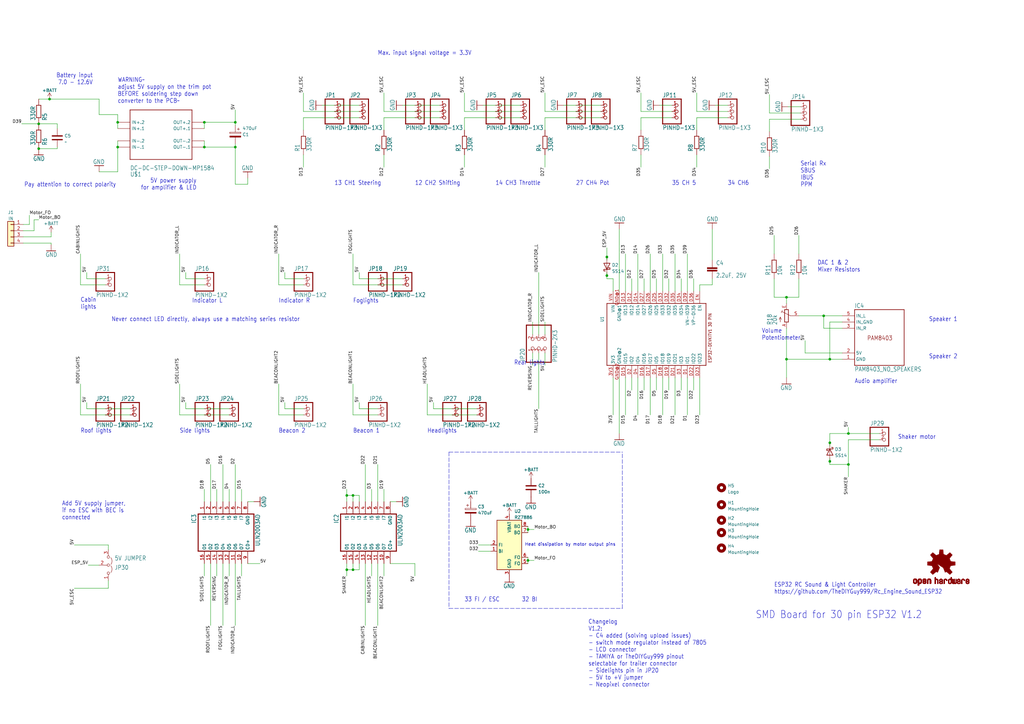
<source format=kicad_sch>
(kicad_sch (version 20211123) (generator eeschema)
  (paper "A3")
  (lib_symbols
    (symbol "Connector_Generic:Conn_01x04" (pin_names (offset 1.016) hide)
      (property "Reference" "J" (at 0 5.08 0))
      (property "Value" "Conn_01x04" (at 0 -7.62 0))
      (symbol "Conn_01x04_1_1"
        (pin passive line (at -5.08 2.54 0) (length 3.81) (name "Pin_1") (number "1"))
        (pin passive line (at -5.08 0 0) (length 3.81) (name "Pin_2") (number "2"))
        (pin passive line (at -5.08 -2.54 0) (length 3.81) (name "Pin_3") (number "3"))
        (pin passive line (at -5.08 -5.08 0) (length 3.81) (name "Pin_4") (number "4"))
      )
    )
    (symbol "Device:C" (pin_numbers hide) (pin_names (offset 0.254))
      (property "Reference" "C" (at 0.635 2.54 0))
      (property "Value" "C" (at 0.635 -2.54 0))
      (symbol "C_1_1"
        (pin passive line (at 0 3.81 270) (length 2.794) (name "~") (number "1"))
        (pin passive line (at 0 -3.81 90) (length 2.794) (name "~") (number "2"))
      )
    )
    (symbol "Device:C_Polarized" (pin_numbers hide) (pin_names (offset 0.254))
      (property "Reference" "C" (at 0.635 2.54 0))
      (property "Value" "C_Polarized" (at 0.635 -2.54 0))
      (symbol "C_Polarized_1_1"
        (pin passive line (at 0 3.81 270) (length 2.794) (name "~") (number "1"))
        (pin passive line (at 0 -3.81 90) (length 2.794) (name "~") (number "2"))
      )
    )
    (symbol "Device:D_Schottky" (pin_numbers hide) (pin_names (offset 1.016) hide)
      (property "Reference" "D" (at 0 2.54 0))
      (property "Value" "D_Schottky" (at 0 -2.54 0))
      (symbol "D_Schottky_1_1"
        (pin passive line (at -3.81 0 0) (length 2.54) (name "K") (number "1"))
        (pin passive line (at 3.81 0 180) (length 2.54) (name "A") (number "2"))
      )
    )
    (symbol "Jumper:Jumper_3_Open" (pin_names (offset 0) hide)
      (property "Reference" "JP" (at -2.54 -2.54 0))
      (property "Value" "Jumper_3_Open" (at 0 2.794 0))
      (symbol "Jumper_3_Open_1_1"
        (pin passive line (at -6.35 0 0) (length 2.54) (name "A") (number "1"))
        (pin passive line (at 0 -3.81 90) (length 2.54) (name "C") (number "2"))
        (pin passive line (at 6.35 0 180) (length 2.54) (name "B") (number "3"))
      )
    )
    (symbol "Mechanical:MountingHole" (pin_names (offset 1.016))
      (property "Reference" "H" (at 0 5.08 0))
      (property "Value" "MountingHole" (at 0 3.175 0))
    )
    (symbol "RC_Engine_Sound_ESP32-eagle-import:C-EUC1206"
      (property "Reference" "C" (at 1.524 0.381 0))
      (property "Value" "C-EUC1206" (at 1.524 -4.699 0))
      (symbol "C-EUC1206_1_0"
        (pin passive line (at 0 2.54 270) (length 2.54) (name "1") (number "1"))
        (pin passive line (at 0 -5.08 90) (length 2.54) (name "2") (number "2"))
      )
    )
    (symbol "RC_Engine_Sound_ESP32-eagle-import:DC-DC-STEP-DOWN-MP1584"
      (property "Value" "DC-DC-STEP-DOWN-MP1584" (at -12.7 12.7 0))
      (symbol "DC-DC-STEP-DOWN-MP1584_1_0"
        (pin bidirectional line (at -17.78 -2.54 0) (length 5.08) (name "IN+.1") (number "IN+.1"))
        (pin bidirectional line (at -17.78 -5.08 0) (length 5.08) (name "IN+.2") (number "IN+.2"))
        (pin bidirectional line (at -17.78 5.08 0) (length 5.08) (name "IN-.1") (number "IN-.1"))
        (pin bidirectional line (at -17.78 2.54 0) (length 5.08) (name "IN-.2") (number "IN-.2"))
        (pin bidirectional line (at 17.78 -2.54 180) (length 5.08) (name "OUT+.1") (number "OUT+.1"))
        (pin bidirectional line (at 17.78 -5.08 180) (length 5.08) (name "OUT+.2") (number "OUT+.2"))
        (pin bidirectional line (at 17.78 5.08 180) (length 5.08) (name "OUT-.1") (number "OUT-.1"))
        (pin bidirectional line (at 17.78 2.54 180) (length 5.08) (name "OUT-.2") (number "OUT-.2"))
      )
    )
    (symbol "RC_Engine_Sound_ESP32-eagle-import:ESP32DEVKITV1"
      (property "Reference" "U" (at -26.67 5.08 90))
      (symbol "ESP32DEVKITV1_1_0"
        (text "ESP32-DEVKITV1 30 PIN" (at 17.638 -11.684 900) (effects (font (size 1.27 1.0795)) (justify left bottom)))
        (pin power_in line (at -22.86 -17.78 90) (length 5.08) (name "3V3") (number "3V3"))
        (pin bidirectional line (at 7.62 -17.78 90) (length 5.08) (name "IO1") (number "D1"))
        (pin bidirectional line (at -15.24 17.78 270) (length 5.08) (name "IO12") (number "D12"))
        (pin bidirectional line (at -17.78 17.78 270) (length 5.08) (name "IO13") (number "D13"))
        (pin bidirectional line (at -12.7 17.78 270) (length 5.08) (name "IO14") (number "D14"))
        (pin bidirectional line (at -17.78 -17.78 90) (length 5.08) (name "IO15") (number "D15"))
        (pin bidirectional line (at -10.16 -17.78 90) (length 5.08) (name "IO16") (number "D16"))
        (pin bidirectional line (at -7.62 -17.78 90) (length 5.08) (name "IO17") (number "D17"))
        (pin bidirectional line (at -2.54 -17.78 90) (length 5.08) (name "IO18") (number "D18"))
        (pin bidirectional line (at 0 -17.78 90) (length 5.08) (name "IO19") (number "D19"))
        (pin bidirectional line (at -15.24 -17.78 90) (length 5.08) (name "IO2") (number "D2"))
        (pin bidirectional line (at 2.54 -17.78 90) (length 5.08) (name "IO21") (number "D21"))
        (pin bidirectional line (at 10.16 -17.78 90) (length 5.08) (name "IO22") (number "D22"))
        (pin bidirectional line (at 12.7 -17.78 90) (length 5.08) (name "IO23") (number "D23"))
        (pin bidirectional line (at -5.08 17.78 270) (length 5.08) (name "IO25") (number "D25"))
        (pin bidirectional line (at -7.62 17.78 270) (length 5.08) (name "IO26") (number "D26"))
        (pin bidirectional line (at -10.16 17.78 270) (length 5.08) (name "IO27") (number "D27"))
        (pin bidirectional line (at 5.08 -17.78 90) (length 5.08) (name "IO3") (number "D3"))
        (pin bidirectional line (at 0 17.78 270) (length 5.08) (name "IO32") (number "D32"))
        (pin bidirectional line (at -2.54 17.78 270) (length 5.08) (name "IO33") (number "D33"))
        (pin bidirectional line (at 5.08 17.78 270) (length 5.08) (name "IO34") (number "D34"))
        (pin bidirectional line (at 2.54 17.78 270) (length 5.08) (name "IO35") (number "D35"))
        (pin bidirectional line (at 10.16 17.78 270) (length 5.08) (name "VP-OI36") (number "D36"))
        (pin bidirectional line (at 7.62 17.78 270) (length 5.08) (name "VN-IO39") (number "D39"))
        (pin bidirectional line (at -12.7 -17.78 90) (length 5.08) (name "IO4") (number "D4"))
        (pin bidirectional line (at -5.08 -17.78 90) (length 5.08) (name "IO5") (number "D5"))
        (pin bidirectional line (at 12.7 17.78 270) (length 5.08) (name "EN") (number "EN"))
        (pin power_in line (at -20.32 17.78 270) (length 5.08) (name "GND@1") (number "GND@1"))
        (pin power_in line (at -20.32 -17.78 90) (length 5.08) (name "GND@2") (number "GND@2"))
        (pin power_in line (at -22.86 17.78 270) (length 5.08) (name "VIN") (number "VIN"))
      )
    )
    (symbol "RC_Engine_Sound_ESP32-eagle-import:GND" (power)
      (property "Value" "GND" (at -2.54 -2.54 0))
      (symbol "GND_1_0"
        (pin power_in line (at 0 2.54 270) (length 2.54) (name "GND") (number "1"))
      )
    )
    (symbol "RC_Engine_Sound_ESP32-eagle-import:OSHW-LOGOM")
    (symbol "RC_Engine_Sound_ESP32-eagle-import:PAM8403_NO_SPEAKERS"
      (property "Reference" "IC" (at -10.16 13.335 0))
      (property "Value" "PAM8403_NO_SPEAKERS" (at -10.16 -12.7 0))
      (symbol "PAM8403_NO_SPEAKERS_1_0"
        (text "PAM8403" (at -5.08 0 0) (effects (font (size 1.778 1.5113)) (justify left bottom)))
        (pin input line (at -15.24 -7.62 0) (length 5.08) (name "GND") (number "1"))
        (pin input line (at -15.24 -5.08 0) (length 5.08) (name "5V") (number "2"))
        (pin input line (at -15.24 5.08 0) (length 5.08) (name "IN_R") (number "3"))
        (pin input line (at -15.24 7.62 0) (length 5.08) (name "IN_GND") (number "4"))
        (pin input line (at -15.24 10.16 0) (length 5.08) (name "IN_L") (number "5"))
      )
    )
    (symbol "RC_Engine_Sound_ESP32-eagle-import:PINHD-1X2"
      (property "Reference" "JP" (at -6.35 5.715 0))
      (property "Value" "PINHD-1X2" (at -6.35 -5.08 0))
      (symbol "PINHD-1X2_1_0"
        (pin passive inverted (at -2.54 2.54 0) (length 2.54) (name "1") (number "1"))
        (pin passive inverted (at -2.54 0 0) (length 2.54) (name "2") (number "2"))
      )
    )
    (symbol "RC_Engine_Sound_ESP32-eagle-import:PINHD-1X3"
      (property "Reference" "JP" (at -6.35 5.715 0))
      (property "Value" "PINHD-1X3" (at -6.35 -7.62 0))
      (symbol "PINHD-1X3_1_0"
        (pin passive inverted (at -2.54 2.54 0) (length 2.54) (name "1") (number "1"))
        (pin passive inverted (at -2.54 0 0) (length 2.54) (name "2") (number "2"))
        (pin passive inverted (at -2.54 -2.54 0) (length 2.54) (name "3") (number "3"))
      )
    )
    (symbol "RC_Engine_Sound_ESP32-eagle-import:PINHD-2X3"
      (property "Reference" "JP" (at -6.35 5.715 0))
      (property "Value" "PINHD-2X3" (at -6.35 -7.62 0))
      (symbol "PINHD-2X3_1_0"
        (pin passive inverted (at -2.54 2.54 0) (length 2.54) (name "1") (number "1"))
        (pin passive inverted (at 5.08 2.54 180) (length 2.54) (name "2") (number "2"))
        (pin passive inverted (at -2.54 0 0) (length 2.54) (name "3") (number "3"))
        (pin passive inverted (at 5.08 0 180) (length 2.54) (name "4") (number "4"))
        (pin passive inverted (at -2.54 -2.54 0) (length 2.54) (name "5") (number "5"))
        (pin passive inverted (at 5.08 -2.54 180) (length 2.54) (name "6") (number "6"))
      )
    )
    (symbol "RC_Engine_Sound_ESP32-eagle-import:R-EU_R0805"
      (property "Reference" "R" (at -3.81 1.4986 0))
      (property "Value" "R-EU_R0805" (at -3.81 -3.302 0))
      (symbol "R-EU_R0805_1_0"
        (pin passive line (at -5.08 0 0) (length 2.54) (name "1") (number "1"))
        (pin passive line (at 5.08 0 180) (length 2.54) (name "2") (number "2"))
      )
    )
    (symbol "RC_Engine_Sound_ESP32-eagle-import:RZ7886"
      (property "Reference" "U" (at 1.27 13.335 0))
      (property "Value" "RZ7886" (at 1.27 11.43 0))
      (symbol "RZ7886_1_1"
        (pin input line (at -7.62 -2.54 0) (length 2.54) (name "BI") (number "1"))
        (pin input line (at -7.62 0 0) (length 2.54) (name "FI") (number "2"))
        (pin power_in line (at 0 -12.7 90) (length 2.54) (name "GND") (number "3"))
        (pin power_in line (at 0 12.7 270) (length 2.54) (name "VBAT") (number "4"))
        (pin output line (at 7.62 -7.62 180) (length 2.54) (name "FO") (number "5"))
        (pin passive line (at 7.62 -5.08 180) (length 2.54) (name "FO") (number "6"))
        (pin output line (at 7.62 5.08 180) (length 2.54) (name "BO") (number "7"))
        (pin passive line (at 7.62 7.62 180) (length 2.54) (name "BO") (number "8"))
      )
    )
    (symbol "RC_Engine_Sound_ESP32-eagle-import:TRIM_EU-S64W"
      (property "Reference" "R" (at -5.969 -3.81 90))
      (property "Value" "TRIM_EU-S64W" (at -3.81 -3.81 90))
      (symbol "TRIM_EU-S64W_1_0"
        (pin passive line (at 0 -5.08 90) (length 2.54) (name "A") (number "A"))
        (pin passive line (at 0 5.08 270) (length 2.54) (name "E") (number "E"))
        (pin passive line (at 5.08 0 180) (length 2.54) (name "S") (number "S"))
      )
    )
    (symbol "RC_Engine_Sound_ESP32-eagle-import:ULN2003AD"
      (property "Reference" "IC" (at -7.62 10.922 0))
      (property "Value" "ULN2003AD" (at -7.62 -15.24 0))
      (symbol "ULN2003AD_1_0"
        (pin input line (at -12.7 7.62 0) (length 5.08) (name "I1") (number "1"))
        (pin open_collector line (at 12.7 -7.62 180) (length 5.08) (name "O7") (number "10"))
        (pin open_collector line (at 12.7 -5.08 180) (length 5.08) (name "O6") (number "11"))
        (pin open_collector line (at 12.7 -2.54 180) (length 5.08) (name "O5") (number "12"))
        (pin open_collector line (at 12.7 0 180) (length 5.08) (name "O4") (number "13"))
        (pin open_collector line (at 12.7 2.54 180) (length 5.08) (name "O3") (number "14"))
        (pin open_collector line (at 12.7 5.08 180) (length 5.08) (name "O2") (number "15"))
        (pin open_collector line (at 12.7 7.62 180) (length 5.08) (name "O1") (number "16"))
        (pin input line (at -12.7 5.08 0) (length 5.08) (name "I2") (number "2"))
        (pin input line (at -12.7 2.54 0) (length 5.08) (name "I3") (number "3"))
        (pin input line (at -12.7 0 0) (length 5.08) (name "I4") (number "4"))
        (pin input line (at -12.7 -2.54 0) (length 5.08) (name "I5") (number "5"))
        (pin input line (at -12.7 -5.08 0) (length 5.08) (name "I6") (number "6"))
        (pin input line (at -12.7 -7.62 0) (length 5.08) (name "I7") (number "7"))
        (pin power_in line (at -12.7 -10.16 0) (length 5.08) (name "GND") (number "8"))
        (pin passive line (at 12.7 -10.16 180) (length 5.08) (name "CD+") (number "9"))
      )
    )
    (symbol "power:+BATT" (power) (pin_names (offset 0))
      (property "Value" "+BATT" (at 0 3.556 0))
      (symbol "+BATT_1_1"
        (pin power_in line (at 0 0 90) (length 0) hide (name "+BATT") (number "1"))
      )
    )
  )
  (junction (at 48.26 60.325))
  (junction (at 248.92 105.41))
  (junction (at 347.98 190.5))
  (junction (at 144.78 233.68))
  (junction (at 142.24 203.2))
  (junction (at 144.78 203.2))
  (junction (at 340.36 189.23))
  (junction (at 340.36 181.61))
  (junction (at 347.98 177.8))
  (junction (at 216.535 229.87))
  (junction (at 48.26 50.165))
  (junction (at 20.32 40.64))
  (junction (at 216.535 217.17))
  (junction (at 322.58 121.92))
  (junction (at 15.875 50.8))
  (junction (at 96.52 50.165))
  (junction (at 96.52 60.325))
  (junction (at 83.82 60.325))
  (junction (at 322.58 147.32))
  (junction (at 83.82 50.165))
  (junction (at 15.875 60.96))
  (junction (at 248.92 113.03))
  (junction (at 142.24 233.68))
  (junction (at 337.82 129.54))
  (junction (at 340.36 147.32))
  (wire (pts (xy 33.02 170.18) (xy 43.18 170.18)))
  (wire (pts (xy 274.32 154.94) (xy 274.32 160.02)))
  (wire (pts (xy 48.26 60.325) (xy 48.26 70.485)))
  (wire (pts (xy 175.26 170.18) (xy 185.42 170.18)))
  (wire (pts (xy 114.3 116.84) (xy 114.3 104.14)))
  (wire (pts (xy 83.82 50.165) (xy 83.82 52.705)))
  (wire (pts (xy 315.595 48.895) (xy 315.595 53.975)))
  (wire (pts (xy 83.82 167.64) (xy 76.2 167.64)))
  (wire (pts (xy 284.48 119.38) (xy 284.48 114.3)))
  (wire (pts (xy 216.535 217.17) (xy 219.075 217.17)))
  (wire (pts (xy 152.4 231.14) (xy 152.4 236.22)))
  (wire (pts (xy 40.64 70.485) (xy 48.26 70.485)))
  (wire (pts (xy 218.44 144.78) (xy 218.44 149.86)))
  (wire (pts (xy 114.3 116.84) (xy 124.46 116.84)))
  (wire (pts (xy 160.02 231.14) (xy 170.18 231.14)))
  (wire (pts (xy 23.495 50.8) (xy 23.495 52.705)))
  (wire (pts (xy 259.08 119.38) (xy 259.08 114.3)))
  (wire (pts (xy 137.16 45.72) (xy 147.32 45.72)))
  (wire (pts (xy 328.295 46.355) (xy 315.595 46.355)))
  (wire (pts (xy 93.98 205.74) (xy 93.98 200.66)))
  (wire (pts (xy 91.44 205.74) (xy 91.44 190.5)))
  (wire (pts (xy 279.4 154.94) (xy 279.4 160.02)))
  (wire (pts (xy 285.75 45.72) (xy 285.75 38.1)))
  (wire (pts (xy 157.48 48.26) (xy 157.48 53.34)))
  (wire (pts (xy 236.22 48.26) (xy 223.52 48.26)))
  (wire (pts (xy 83.82 231.14) (xy 83.82 236.22)))
  (wire (pts (xy 144.78 233.68) (xy 142.24 233.68)))
  (wire (pts (xy 154.94 205.74) (xy 154.94 190.5)))
  (wire (pts (xy 275.59 45.72) (xy 262.89 45.72)))
  (wire (pts (xy 292.1 116.84) (xy 292.1 114.3)))
  (wire (pts (xy 144.78 231.14) (xy 144.78 233.68)))
  (wire (pts (xy 142.24 233.68) (xy 142.24 236.22)))
  (wire (pts (xy 83.82 114.3) (xy 76.2 114.3)))
  (wire (pts (xy 328.295 48.895) (xy 315.595 48.895)))
  (wire (pts (xy 93.98 231.14) (xy 93.98 236.22)))
  (wire (pts (xy 185.42 167.64) (xy 195.58 167.64)))
  (wire (pts (xy 254 93.98) (xy 254 119.38)))
  (wire (pts (xy 149.86 205.74) (xy 149.86 190.5)))
  (wire (pts (xy 236.22 45.72) (xy 246.38 45.72)))
  (wire (pts (xy 203.2 48.26) (xy 190.5 48.26)))
  (wire (pts (xy 86.36 231.14) (xy 86.36 256.54)))
  (wire (pts (xy 144.78 170.18) (xy 154.94 170.18)))
  (wire (pts (xy 345.44 129.54) (xy 337.82 129.54)))
  (wire (pts (xy 287.02 154.94) (xy 287.02 170.18)))
  (wire (pts (xy 142.24 203.2) (xy 142.24 200.66)))
  (wire (pts (xy 43.18 170.18) (xy 53.34 170.18)))
  (wire (pts (xy 261.62 154.94) (xy 261.62 170.18)))
  (wire (pts (xy 104.14 205.74) (xy 101.6 205.74)))
  (wire (pts (xy 165.1 43.18) (xy 170.18 43.18)))
  (wire (pts (xy 340.36 177.8) (xy 340.36 181.61)))
  (wire (pts (xy 9.525 99.695) (xy 20.955 99.695)))
  (wire (pts (xy 30.48 241.3) (xy 44.45 241.3)))
  (wire (pts (xy 322.58 147.32) (xy 322.58 154.94)))
  (wire (pts (xy 216.535 229.87) (xy 216.535 231.14)))
  (wire (pts (xy 147.32 203.2) (xy 144.78 203.2)))
  (wire (pts (xy 270.51 43.18) (xy 275.59 43.18)))
  (wire (pts (xy 124.46 48.26) (xy 124.46 53.34)))
  (wire (pts (xy 157.48 63.5) (xy 157.48 68.58)))
  (wire (pts (xy 12.065 88.265) (xy 12.065 92.075)))
  (wire (pts (xy 177.8 167.64) (xy 177.8 165.1)))
  (wire (pts (xy 96.52 231.14) (xy 96.52 256.54)))
  (wire (pts (xy 337.82 129.54) (xy 327.66 129.54)))
  (wire (pts (xy 40.64 46.99) (xy 48.26 46.99)))
  (wire (pts (xy 345.44 132.08) (xy 340.36 132.08)))
  (wire (pts (xy 203.2 45.72) (xy 190.5 45.72)))
  (wire (pts (xy 114.3 170.18) (xy 114.3 157.48)))
  (wire (pts (xy 154.94 114.3) (xy 147.32 114.3)))
  (wire (pts (xy 223.52 63.5) (xy 223.52 68.58)))
  (wire (pts (xy 144.78 116.84) (xy 154.94 116.84)))
  (wire (pts (xy 147.32 205.74) (xy 147.32 203.2)))
  (wire (pts (xy 96.52 50.165) (xy 96.52 45.085)))
  (wire (pts (xy 337.82 134.62) (xy 337.82 129.54)))
  (polyline (pts (xy 255.27 249.555) (xy 255.27 185.42)))
  (wire (pts (xy 96.52 205.74) (xy 96.52 190.5)))
  (wire (pts (xy 216.535 229.87) (xy 219.075 229.87)))
  (wire (pts (xy 190.5 63.5) (xy 190.5 68.58)))
  (wire (pts (xy 170.18 231.14) (xy 170.18 236.22)))
  (wire (pts (xy 147.32 167.64) (xy 147.32 165.1)))
  (wire (pts (xy 322.58 121.92) (xy 327.66 121.92)))
  (wire (pts (xy 276.86 119.38) (xy 276.86 104.14)))
  (wire (pts (xy 216.535 228.6) (xy 216.535 229.87)))
  (wire (pts (xy 149.86 231.14) (xy 149.86 256.54)))
  (wire (pts (xy 73.66 170.18) (xy 83.82 170.18)))
  (wire (pts (xy 190.5 48.26) (xy 190.5 53.34)))
  (wire (pts (xy 101.6 231.14) (xy 106.68 231.14)))
  (wire (pts (xy 347.98 190.5) (xy 340.36 190.5)))
  (wire (pts (xy 266.7 119.38) (xy 266.7 104.14)))
  (wire (pts (xy 137.16 45.72) (xy 124.46 45.72)))
  (wire (pts (xy 262.89 63.5) (xy 262.89 68.58)))
  (wire (pts (xy 48.26 52.705) (xy 48.26 50.165)))
  (wire (pts (xy 157.48 205.74) (xy 157.48 200.66)))
  (wire (pts (xy 274.32 119.38) (xy 274.32 114.3)))
  (wire (pts (xy 96.52 51.435) (xy 96.52 50.165)))
  (wire (pts (xy 73.66 170.18) (xy 73.66 157.48)))
  (wire (pts (xy 315.595 64.135) (xy 315.595 69.215)))
  (wire (pts (xy 15.875 50.8) (xy 23.495 50.8)))
  (wire (pts (xy 293.37 43.18) (xy 298.45 43.18)))
  (wire (pts (xy 264.16 154.94) (xy 264.16 160.02)))
  (wire (pts (xy 44.45 223.52) (xy 44.45 225.425)))
  (wire (pts (xy 40.64 40.64) (xy 40.64 46.99)))
  (wire (pts (xy 251.46 114.3) (xy 251.46 119.38)))
  (wire (pts (xy 96.52 60.325) (xy 96.52 59.055)))
  (wire (pts (xy 170.18 48.26) (xy 180.34 48.26)))
  (wire (pts (xy 323.215 43.815) (xy 328.295 43.815)))
  (wire (pts (xy 48.26 46.99) (xy 48.26 50.165)))
  (wire (pts (xy 269.24 119.38) (xy 269.24 114.3)))
  (wire (pts (xy 203.2 48.26) (xy 213.36 48.26)))
  (wire (pts (xy 142.24 205.74) (xy 142.24 203.2)))
  (wire (pts (xy 347.98 177.8) (xy 340.36 177.8)))
  (wire (pts (xy 287.02 119.38) (xy 287.02 116.84)))
  (wire (pts (xy 170.18 45.72) (xy 180.34 45.72)))
  (wire (pts (xy 223.52 137.16) (xy 223.52 132.08)))
  (wire (pts (xy 73.66 116.84) (xy 73.66 104.14)))
  (wire (pts (xy 275.59 48.26) (xy 262.89 48.26)))
  (wire (pts (xy 347.98 175.26) (xy 347.98 177.8)))
  (wire (pts (xy 317.5 104.14) (xy 317.5 96.52)))
  (wire (pts (xy 170.18 48.26) (xy 157.48 48.26)))
  (wire (pts (xy 101.6 75.565) (xy 101.6 73.025)))
  (wire (pts (xy 175.26 170.18) (xy 175.26 157.48)))
  (wire (pts (xy 152.4 205.74) (xy 152.4 200.66)))
  (wire (pts (xy 124.46 63.5) (xy 124.46 68.58)))
  (wire (pts (xy 251.46 114.3) (xy 248.92 114.3)))
  (wire (pts (xy 20.955 97.155) (xy 20.955 95.25)))
  (wire (pts (xy 298.45 48.26) (xy 285.75 48.26)))
  (wire (pts (xy 44.45 241.3) (xy 44.45 238.125)))
  (wire (pts (xy 223.52 45.72) (xy 223.52 38.1)))
  (wire (pts (xy 259.08 154.94) (xy 259.08 160.02)))
  (wire (pts (xy 154.94 231.14) (xy 154.94 256.54)))
  (wire (pts (xy 279.4 119.38) (xy 279.4 114.3)))
  (wire (pts (xy 170.18 43.18) (xy 180.34 43.18)))
  (wire (pts (xy 9.525 97.155) (xy 20.955 97.155)))
  (wire (pts (xy 23.495 60.96) (xy 23.495 60.325)))
  (wire (pts (xy 203.2 45.72) (xy 213.36 45.72)))
  (wire (pts (xy 33.02 116.84) (xy 33.02 104.14)))
  (wire (pts (xy 317.5 114.3) (xy 317.5 121.92)))
  (wire (pts (xy 116.84 114.3) (xy 116.84 111.76)))
  (wire (pts (xy 91.44 231.14) (xy 91.44 256.54)))
  (wire (pts (xy 298.45 45.72) (xy 285.75 45.72)))
  (wire (pts (xy 330.2 144.78) (xy 330.2 139.7)))
  (wire (pts (xy 30.48 223.52) (xy 44.45 223.52)))
  (wire (pts (xy 36.195 231.775) (xy 40.64 231.775)))
  (wire (pts (xy 236.22 45.72) (xy 223.52 45.72)))
  (wire (pts (xy 285.75 63.5) (xy 285.75 68.58)))
  (polyline (pts (xy 184.15 185.42) (xy 255.27 185.42)))
  (wire (pts (xy 340.36 190.5) (xy 340.36 189.23)))
  (wire (pts (xy 262.89 48.26) (xy 262.89 53.34)))
  (wire (pts (xy 137.16 48.26) (xy 124.46 48.26)))
  (wire (pts (xy 9.525 92.075) (xy 12.065 92.075)))
  (wire (pts (xy 340.36 189.23) (xy 340.36 187.96)))
  (wire (pts (xy 347.98 180.34) (xy 347.98 190.5)))
  (wire (pts (xy 96.52 75.565) (xy 101.6 75.565)))
  (wire (pts (xy 33.02 170.18) (xy 33.02 157.48)))
  (wire (pts (xy 147.32 231.14) (xy 147.32 233.68)))
  (wire (pts (xy 13.97 90.17) (xy 15.875 90.17)))
  (wire (pts (xy 137.16 48.26) (xy 147.32 48.26)))
  (wire (pts (xy 271.78 154.94) (xy 271.78 170.18)))
  (wire (pts (xy 201.295 226.06) (xy 196.215 226.06)))
  (wire (pts (xy 88.9 205.74) (xy 88.9 200.66)))
  (wire (pts (xy 83.82 167.64) (xy 93.98 167.64)))
  (wire (pts (xy 147.32 233.68) (xy 144.78 233.68)))
  (wire (pts (xy 360.68 180.34) (xy 347.98 180.34)))
  (wire (pts (xy 322.58 124.46) (xy 322.58 121.92)))
  (wire (pts (xy 322.58 147.32) (xy 340.36 147.32)))
  (wire (pts (xy 287.02 116.84) (xy 292.1 116.84)))
  (wire (pts (xy 345.44 134.62) (xy 337.82 134.62)))
  (wire (pts (xy 137.16 43.18) (xy 147.32 43.18)))
  (wire (pts (xy 20.955 99.695) (xy 20.955 100.33)))
  (wire (pts (xy 124.46 114.3) (xy 116.84 114.3)))
  (wire (pts (xy 83.82 60.325) (xy 96.52 60.325)))
  (wire (pts (xy 281.94 154.94) (xy 281.94 170.18)))
  (wire (pts (xy 261.62 119.38) (xy 261.62 104.14)))
  (wire (pts (xy 99.06 205.74) (xy 99.06 200.66)))
  (wire (pts (xy 190.5 45.72) (xy 190.5 38.1)))
  (wire (pts (xy 83.82 50.165) (xy 96.52 50.165)))
  (wire (pts (xy 157.48 45.72) (xy 157.48 38.1)))
  (wire (pts (xy 99.06 231.14) (xy 99.06 236.22)))
  (wire (pts (xy 256.54 154.94) (xy 256.54 170.18)))
  (wire (pts (xy 340.36 147.32) (xy 345.44 147.32)))
  (wire (pts (xy 266.7 154.94) (xy 266.7 170.18)))
  (wire (pts (xy 292.1 106.68) (xy 292.1 93.98)))
  (wire (pts (xy 147.32 114.3) (xy 147.32 111.76)))
  (wire (pts (xy 264.16 119.38) (xy 264.16 114.3)))
  (wire (pts (xy 340.36 181.61) (xy 340.36 182.88)))
  (wire (pts (xy 20.32 40.64) (xy 15.875 40.64)))
  (wire (pts (xy 327.66 104.14) (xy 327.66 96.52)))
  (polyline (pts (xy 184.15 249.555) (xy 255.27 249.555)))
  (wire (pts (xy 281.94 119.38) (xy 281.94 104.14)))
  (wire (pts (xy 170.18 45.72) (xy 157.48 45.72)))
  (wire (pts (xy 76.2 167.64) (xy 76.2 165.1)))
  (wire (pts (xy 216.535 217.17) (xy 216.535 218.44)))
  (wire (pts (xy 201.295 223.52) (xy 196.215 223.52)))
  (wire (pts (xy 73.66 116.84) (xy 83.82 116.84)))
  (wire (pts (xy 35.56 167.64) (xy 35.56 165.1)))
  (wire (pts (xy 35.56 114.3) (xy 35.56 111.76)))
  (wire (pts (xy 144.78 205.74) (xy 144.78 203.2)))
  (wire (pts (xy 40.64 40.64) (xy 20.32 40.64)))
  (wire (pts (xy 185.42 170.18) (xy 195.58 170.18)))
  (wire (pts (xy 223.52 48.26) (xy 223.52 53.34)))
  (wire (pts (xy 33.02 116.84) (xy 43.18 116.84)))
  (wire (pts (xy 13.97 90.17) (xy 13.97 94.615)))
  (wire (pts (xy 315.595 46.355) (xy 315.595 38.735)))
  (wire (pts (xy 216.535 215.9) (xy 216.535 217.17)))
  (wire (pts (xy 271.78 119.38) (xy 271.78 104.14)))
  (wire (pts (xy 154.94 116.84) (xy 165.1 116.84)))
  (wire (pts (xy 203.2 43.18) (xy 213.36 43.18)))
  (wire (pts (xy 322.58 134.62) (xy 322.58 147.32)))
  (wire (pts (xy 162.56 205.74) (xy 160.02 205.74)))
  (wire (pts (xy 88.9 231.14) (xy 88.9 236.22)))
  (wire (pts (xy 9.525 94.615) (xy 13.97 94.615)))
  (wire (pts (xy 15.875 60.96) (xy 23.495 60.96)))
  (wire (pts (xy 236.22 48.26) (xy 246.38 48.26)))
  (wire (pts (xy 218.44 137.16) (xy 218.44 132.08)))
  (wire (pts (xy 223.52 144.78) (xy 223.52 149.86)))
  (wire (pts (xy 236.22 43.18) (xy 246.38 43.18)))
  (wire (pts (xy 220.98 137.16) (xy 220.98 111.76)))
  (wire (pts (xy 185.42 167.64) (xy 177.8 167.64)))
  (wire (pts (xy 43.18 167.64) (xy 53.34 167.64)))
  (wire (pts (xy 83.82 170.18) (xy 93.98 170.18)))
  (wire (pts (xy 43.18 114.3) (xy 35.56 114.3)))
  (wire (pts (xy 142.24 231.14) (xy 142.24 233.68)))
  (wire (pts (xy 132.08 43.18) (xy 137.16 43.18)))
  (wire (pts (xy 251.46 154.94) (xy 251.46 170.18)))
  (wire (pts (xy 86.36 205.74) (xy 86.36 190.5)))
  (wire (pts (xy 248.92 106.68) (xy 248.92 105.41)))
  (wire (pts (xy 96.52 60.325) (xy 96.52 75.565)))
  (wire (pts (xy 83.82 205.74) (xy 83.82 200.66)))
  (wire (pts (xy 220.98 144.78) (xy 220.98 167.64)))
  (wire (pts (xy 116.84 167.64) (xy 116.84 165.1)))
  (wire (pts (xy 124.46 167.64) (xy 116.84 167.64)))
  (wire (pts (xy 347.98 190.5) (xy 347.98 195.58)))
  (wire (pts (xy 83.82 60.325) (xy 83.82 57.785)))
  (wire (pts (xy 124.46 45.72) (xy 124.46 38.1)))
  (wire (pts (xy 76.2 114.3) (xy 76.2 111.76)))
  (wire (pts (xy 285.75 48.26) (xy 285.75 53.34)))
  (wire (pts (xy 262.89 45.72) (xy 262.89 38.1)))
  (wire (pts (xy 248.92 113.03) (xy 248.92 111.76)))
  (polyline (pts (xy 184.15 185.42) (xy 184.15 249.555)))
  (wire (pts (xy 114.3 170.18) (xy 124.46 170.18)))
  (wire (pts (xy 154.94 167.64) (xy 147.32 167.64)))
  (wire (pts (xy 48.26 57.785) (xy 48.26 60.325)))
  (wire (pts (xy 248.92 114.3) (xy 248.92 113.03)))
  (wire (pts (xy 154.94 114.3) (xy 165.1 114.3)))
  (wire (pts (xy 198.12 43.18) (xy 203.2 43.18)))
  (wire (pts (xy 144.78 203.2) (xy 142.24 203.2)))
  (wire (pts (xy 284.48 154.94) (xy 284.48 160.02)))
  (wire (pts (xy 269.24 154.94) (xy 269.24 160.02)))
  (wire (pts (xy 340.36 132.08) (xy 340.36 147.32)))
  (wire (pts (xy 15.875 50.8) (xy 8.89 50.8)))
  (wire (pts (xy 157.48 231.14) (xy 157.48 236.22)))
  (wire (pts (xy 144.78 170.18) (xy 144.78 157.48)))
  (wire (pts (xy 317.5 121.92) (xy 322.58 121.92)))
  (wire (pts (xy 144.78 116.84) (xy 144.78 104.14)))
  (wire (pts (xy 256.54 119.38) (xy 256.54 104.14)))
  (wire (pts (xy 231.14 43.18) (xy 236.22 43.18)))
  (wire (pts (xy 276.86 154.94) (xy 276.86 170.18)))
  (wire (pts (xy 345.44 144.78) (xy 330.2 144.78)))
  (wire (pts (xy 43.18 167.64) (xy 35.56 167.64)))
  (wire (pts (xy 254 154.94) (xy 254 177.8)))
  (wire (pts (xy 327.66 121.92) (xy 327.66 114.3)))
  (wire (pts (xy 248.92 105.41) (xy 248.92 101.6)))
  (wire (pts (xy 347.98 177.8) (xy 360.68 177.8)))
  (text "Add 5V supply jumper,\nif no ESC with BEC is\nconnected~{}" (at 25.4 213.36 0) (effects (font (size 1.778 1.5113)) (justify left bottom)))
  (text "Indicator R" (at 114.3 124.46 180) (effects (font (size 1.778 1.5113)) (justify left bottom)))
  (text "Volume\nPotentiometer" (at 312.42 139.7 180) (effects (font (size 1.778 1.5113)) (justify left bottom)))
  (text "Shaker motor" (at 368.3 180.34 180) (effects (font (size 1.778 1.5113)) (justify left bottom)))
  (text "35 CH 5" (at 275.59 76.2 180) (effects (font (size 1.778 1.5113)) (justify left bottom)))
  (text "Rear lights" (at 210.82 149.86 180) (effects (font (size 1.778 1.5113)) (justify left bottom)))
  (text "Cabin\nlights" (at 33.02 127 180) (effects (font (size 1.778 1.5113)) (justify left bottom)))
  (text "Side lights" (at 73.66 177.8 180) (effects (font (size 1.778 1.5113)) (justify left bottom)))
  (text "Heat dissipation by motor output pins\n" (at 215.265 224.155 0) (effects (font (size 1.27 1.27)) (justify left bottom)))
  (text "Max. input signal voltage = 3.3V~{}" (at 154.94 22.86 180) (effects (font (size 1.778 1.5113)) (justify left bottom)))
  (text "Audio amplifier" (at 350.52 157.48 180) (effects (font (size 1.778 1.5113)) (justify left bottom)))
  (text "Pay attention to correct polarity~{}" (at 47.625 76.835 180) (effects (font (size 1.778 1.5113)) (justify right bottom)))
  (text "Foglights" (at 144.78 124.46 180) (effects (font (size 1.778 1.5113)) (justify left bottom)))
  (text "32 BI\n" (at 213.995 247.015 180) (effects (font (size 1.778 1.5113)) (justify left bottom)))
  (text "13 CH1 Steering" (at 137.16 76.2 180) (effects (font (size 1.778 1.5113)) (justify left bottom)))
  (text "Speaker 2" (at 381 147.32 180) (effects (font (size 1.778 1.5113)) (justify left bottom)))
  (text "Beacon 1" (at 144.78 177.8 180) (effects (font (size 1.778 1.5113)) (justify left bottom)))
  (text "Serial Rx\nSBUS\nIBUS\nPPM" (at 328.295 76.835 180) (effects (font (size 1.778 1.5113)) (justify left bottom)))
  (text "Never connect LED directly, always use a matching series resistor~{}" (at 45.72 132.08 0) (effects (font (size 1.778 1.5113)) (justify left bottom)))
  (text "SMD Board for 30 pin ESP32 V1.2" (at 309.88 254 180) (effects (font (size 3.048 2.5908)) (justify left bottom)))
  (text "DAC 1 & 2\nMixer Resistors" (at 335.28 111.76 180) (effects (font (size 1.778 1.5113)) (justify left bottom)))
  (text "14 CH3 Throttle" (at 203.2 76.2 180) (effects (font (size 1.778 1.5113)) (justify left bottom)))
  (text "Headlights" (at 175.26 177.8 180) (effects (font (size 1.778 1.5113)) (justify left bottom)))
  (text "5V power supply\nfor amplifier & LED" (at 80.645 78.105 180) (effects (font (size 1.778 1.5113)) (justify right bottom)))
  (text "ESP32 RC Sound & Light Controller\nhttps://github.com/TheDIYGuy999/Rc_Engine_Sound_ESP32" (at 317.5 243.84 0) (effects (font (size 1.778 1.5113)) (justify left bottom)))
  (text "Battery input\n7.0 - 12.6V" (at 38.1 34.925 180) (effects (font (size 1.778 1.5113)) (justify right bottom)))
  (text "27 CH4 Pot" (at 236.22 76.2 180) (effects (font (size 1.778 1.5113)) (justify left bottom)))
  (text "34 CH6" (at 298.45 76.2 180) (effects (font (size 1.778 1.5113)) (justify left bottom)))
  (text "Beacon 2" (at 114.3 177.8 180) (effects (font (size 1.778 1.5113)) (justify left bottom)))
  (text "Roof lights" (at 33.02 177.8 180) (effects (font (size 1.778 1.5113)) (justify left bottom)))
  (text "33 FI / ESC" (at 190.5 247.015 180) (effects (font (size 1.778 1.5113)) (justify left bottom)))
  (text "WARNING~\nadjust 5V supply on the trim pot\nBEFORE soldering step down\nconverter to the PCB~" (at 48.26 42.545 0) (effects (font (size 1.778 1.5113)) (justify left bottom)))
  (text "12 CH2 Shifting" (at 170.18 76.2 180) (effects (font (size 1.778 1.5113)) (justify left bottom)))
  (text "Changelog\nV1.2:\n- C4 added (solving upload issues)\n- switch mode regulator instead of 7805\n- LCD connector\n- TAMIYA or TheDIYGuy999 pinout\nselectable for trailer connector\n- Sidelights pin in JP20\n- 5V to +V jumper\n- Neopixel connector" (at 241.3 281.94 0) (effects (font (size 1.778 1.5113)) (justify left bottom)))
  (text "Indicator L" (at 78.74 124.46 180) (effects (font (size 1.778 1.5113)) (justify left bottom)))
  (text "Speaker 1" (at 381 132.08 180) (effects (font (size 1.778 1.5113)) (justify left bottom)))
  (label "5V_ESC" (at 262.89 38.1 90) (effects (font (size 1.2446 1.2446))))
  (label "Motor_FO" (at 219.075 229.87 0))
  (label "D33" (at 196.215 223.52 180) (effects (font (size 1.2446 1.2446))))
  (label "HEADLIGHTS" (at 152.4 236.22 270) (effects (font (size 1.2446 1.2446))))
  (label "D17" (at 88.9 200.66 90) (effects (font (size 1.2446 1.2446))))
  (label "D2" (at 96.52 190.5 90) (effects (font (size 1.2446 1.2446))))
  (label "INDICATOR_R" (at 93.98 236.22 270) (effects (font (size 1.2446 1.2446))))
  (label "SIDELIGHTS" (at 223.52 132.08 90) (effects (font (size 1.2446 1.2446))))
  (label "D4" (at 261.62 170.18 270) (effects (font (size 1.2446 1.2446))))
  (label "Motor_FO" (at 12.065 88.265 0))
  (label "5V_ESC" (at 190.5 38.1 90) (effects (font (size 1.2446 1.2446))))
  (label "D5" (at 269.24 160.02 270) (effects (font (size 1.2446 1.2446))))
  (label "ESP_5V" (at 36.195 231.775 180) (effects (font (size 1.2446 1.2446))))
  (label "BEACONLIGHT1" (at 154.94 256.54 270) (effects (font (size 1.2446 1.2446))))
  (label "3V3" (at 251.46 170.18 270) (effects (font (size 1.2446 1.2446))))
  (label "HEADLIGHTS" (at 175.26 157.48 90) (effects (font (size 1.2446 1.2446))))
  (label "D22" (at 284.48 160.02 270) (effects (font (size 1.2446 1.2446))))
  (label "D15" (at 256.54 170.18 270) (effects (font (size 1.2446 1.2446))))
  (label "SHAKER" (at 347.98 195.58 270) (effects (font (size 1.2446 1.2446))))
  (label "D16" (at 264.16 160.02 270) (effects (font (size 1.2446 1.2446))))
  (label "5V" (at 116.84 111.76 90) (effects (font (size 1.2446 1.2446))))
  (label "D3" (at 279.4 160.02 270) (effects (font (size 1.2446 1.2446))))
  (label "5V" (at 147.32 165.1 90) (effects (font (size 1.2446 1.2446))))
  (label "D39" (at 281.94 104.14 90) (effects (font (size 1.2446 1.2446))))
  (label "D26" (at 327.66 96.52 90) (effects (font (size 1.2446 1.2446))))
  (label "D19" (at 157.48 200.66 90) (effects (font (size 1.2446 1.2446))))
  (label "D23" (at 142.24 200.66 90) (effects (font (size 1.2446 1.2446))))
  (label "INDICATOR_L" (at 96.52 256.54 270) (effects (font (size 1.2446 1.2446))))
  (label "5V_ESC" (at 157.48 38.1 90) (effects (font (size 1.2446 1.2446))))
  (label "D34" (at 285.75 68.58 270) (effects (font (size 1.2446 1.2446))))
  (label "D18" (at 83.82 200.66 90) (effects (font (size 1.2446 1.2446))))
  (label "CABINLIGHTS" (at 149.86 256.54 270) (effects (font (size 1.2446 1.2446))))
  (label "D14" (at 190.5 68.58 270) (effects (font (size 1.2446 1.2446))))
  (label "D27" (at 223.52 68.58 270) (effects (font (size 1.2446 1.2446))))
  (label "D12" (at 259.08 114.3 90) (effects (font (size 1.2446 1.2446))))
  (label "D14" (at 261.62 104.14 90) (effects (font (size 1.2446 1.2446))))
  (label "5V" (at 76.2 111.76 90) (effects (font (size 1.2446 1.2446))))
  (label "D36" (at 315.595 69.215 270) (effects (font (size 1.2446 1.2446))))
  (label "BEACONLIGHT2" (at 157.48 236.22 270) (effects (font (size 1.2446 1.2446))))
  (label "D13" (at 256.54 104.14 90) (effects (font (size 1.2446 1.2446))))
  (label "CABINLIGHTS" (at 33.02 104.14 90) (effects (font (size 1.2446 1.2446))))
  (label "ROOFLIGHTS" (at 86.36 256.54 270) (effects (font (size 1.2446 1.2446))))
  (label "D35" (at 262.89 68.58 270) (effects (font (size 1.2446 1.2446))))
  (label "D2" (at 259.08 160.02 270) (effects (font (size 1.2446 1.2446))))
  (label "5V" (at 223.52 149.86 270) (effects (font (size 1.2446 1.2446))))
  (label "D36" (at 284.48 114.3 90) (effects (font (size 1.2446 1.2446))))
  (label "D26" (at 266.7 104.14 90) (effects (font (size 1.2446 1.2446))))
  (label "D35" (at 276.86 104.14 90) (effects (font (size 1.2446 1.2446))))
  (label "INDICATOR_R" (at 218.44 132.08 90) (effects (font (size 1.2446 1.2446))))
  (label "SIDELIGHTS" (at 83.82 236.22 270) (effects (font (size 1.2446 1.2446))))
  (label "D15" (at 99.06 200.66 90) (effects (font (size 1.2446 1.2446))))
  (label "D13" (at 124.46 68.58 270) (effects (font (size 1.2446 1.2446))))
  (label "5V_ESC" (at 30.48 241.3 270) (effects (font (size 1.2446 1.2446))))
  (label "FOGLIGHTS" (at 144.78 104.14 90) (effects (font (size 1.2446 1.2446))))
  (label "D22" (at 149.86 190.5 90) (effects (font (size 1.2446 1.2446))))
  (label "SHAKER" (at 142.24 236.22 270) (effects (font (size 1.2446 1.2446))))
  (label "REVERSING" (at 88.9 236.22 270) (effects (font (size 1.2446 1.2446))))
  (label "D1" (at 281.94 170.18 270) (effects (font (size 1.2446 1.2446))))
  (label "D19" (at 274.32 160.02 270) (effects (font (size 1.2446 1.2446))))
  (label "5V" (at 147.32 111.76 90) (effects (font (size 1.2446 1.2446))))
  (label "D39" (at 8.89 50.8 180) (effects (font (size 1.2446 1.2446))))
  (label "TAILLIGHTS" (at 220.98 167.64 270) (effects (font (size 1.2446 1.2446))))
  (label "5V" (at 76.2 165.1 90) (effects (font (size 1.2446 1.2446))))
  (label "5V" (at 116.84 165.1 90) (effects (font (size 1.2446 1.2446))))
  (label "5V" (at 35.56 111.76 90) (effects (font (size 1.2446 1.2446))))
  (label "5V" (at 170.18 236.22 270) (effects (font (size 1.2446 1.2446))))
  (label "FOGLIGHTS" (at 91.44 256.54 270) (effects (font (size 1.2446 1.2446))))
  (label "5V" (at 35.56 165.1 90) (effects (font (size 1.2446 1.2446))))
  (label "D32" (at 274.32 114.3 90) (effects (font (size 1.2446 1.2446))))
  (label "D32" (at 196.215 226.06 180) (effects (font (size 1.2446 1.2446))))
  (label "D5" (at 86.36 190.5 90) (effects (font (size 1.2446 1.2446))))
  (label "D3" (at 152.4 200.66 90) (effects (font (size 1.2446 1.2446))))
  (label "D16" (at 91.44 190.5 90) (effects (font (size 1.2446 1.2446))))
  (label "TAILLIGHTS" (at 99.06 236.22 270) (effects (font (size 1.2446 1.2446))))
  (label "D12" (at 157.48 68.58 270) (effects (font (size 1.2446 1.2446))))
  (label "D23" (at 287.02 170.18 270) (effects (font (size 1.2446 1.2446))))
  (label "D4" (at 93.98 200.66 90) (effects (font (size 1.2446 1.2446))))
  (label "BEACONLIGHT1" (at 144.78 157.48 90) (effects (font (size 1.2446 1.2446))))
  (label "BEACONLIGHT2" (at 114.3 157.48 90) (effects (font (size 1.2446 1.2446))))
  (label "D17" (at 266.7 170.18 270) (effects (font (size 1.2446 1.2446))))
  (label "5V" (at 96.52 45.085 90) (effects (font (size 1.2446 1.2446))))
  (label "Motor_BO" (at 15.875 90.17 0))
  (label "D33" (at 271.78 104.14 90) (effects (font (size 1.2446 1.2446))))
  (label "REVERSING" (at 218.44 149.86 270) (effects (font (size 1.2446 1.2446))))
  (label "D21" (at 154.94 190.5 90) (effects (font (size 1.2446 1.2446))))
  (label "5V_ESC" (at 285.75 38.1 90) (effects (font (size 1.2446 1.2446))))
  (label "SIDELIGHTS" (at 73.66 157.48 90) (effects (font (size 1.2446 1.2446))))
  (label "5V" (at 347.98 175.26 90) (effects (font (size 1.2446 1.2446))))
  (label "5V" (at 177.8 165.1 90) (effects (font (size 1.2446 1.2446))))
  (label "5V_ESC" (at 223.52 38.1 90) (effects (font (size 1.2446 1.2446))))
  (label "5V_ESC" (at 315.595 38.735 90) (effects (font (size 1.2446 1.2446))))
  (label "5V" (at 330.2 139.7 90) (effects (font (size 1.2446 1.2446))))
  (label "Motor_BO" (at 219.075 217.17 0))
  (label "D34" (at 279.4 114.3 90) (effects (font (size 1.2446 1.2446))))
  (label "INDICATOR_L" (at 220.98 111.76 90) (effects (font (size 1.2446 1.2446))))
  (label "5V" (at 106.68 231.14 0) (effects (font (size 1.2446 1.2446))))
  (label "D25" (at 269.24 114.3 90) (effects (font (size 1.2446 1.2446))))
  (label "D27" (at 264.16 114.3 90) (effects (font (size 1.2446 1.2446))))
  (label "ESP_5V" (at 248.92 101.6 90) (effects (font (size 1.2446 1.2446))))
  (label "5V_ESC" (at 124.46 38.1 90) (effects (font (size 1.2446 1.2446))))
  (label "INDICATOR_L" (at 73.66 104.14 90) (effects (font (size 1.2446 1.2446))))
  (label "D18" (at 271.78 170.18 270) (effects (font (size 1.2446 1.2446))))
  (label "D21" (at 276.86 170.18 270) (effects (font (size 1.2446 1.2446))))
  (label "5V" (at 30.48 223.52 90) (effects (font (size 1.2446 1.2446))))
  (label "INDICATOR_R" (at 114.3 104.14 90) (effects (font (size 1.2446 1.2446))))
  (label "ROOFLIGHTS" (at 33.02 157.48 90) (effects (font (size 1.2446 1.2446))))
  (label "D25" (at 317.5 96.52 90) (effects (font (size 1.2446 1.2446))))
  (symbol (lib_id "RC_Engine_Sound_ESP32-eagle-import:R-EU_R0805") (at 223.52 58.42 90) (unit 1)
    (property "Reference" "R4" (at 222.0214 62.23 0) (effects (font (size 1.778 1.5113)) (justify left bottom)))
    (property "Value" "330R" (at 226.822 62.23 0) (effects (font (size 1.778 1.5113)) (justify left bottom)))
    (property "Footprint" "Resistor_SMD:R_0603_1608Metric_Pad0.98x0.95mm_HandSolder" (effects hide))
  )
  (symbol (lib_id "RC_Engine_Sound_ESP32-eagle-import:PINHD-1X2") (at 45.72 116.84 0) (unit 1)
    (property "Reference" "JP31" (at 39.37 111.125 0) (effects (font (size 1.778 1.5113)) (justify left bottom)))
    (property "Value" "PINHD-1X2" (at 39.37 121.92 0) (effects (font (size 1.778 1.5113)) (justify left bottom)))
    (property "Footprint" "RC_Engine_Sound_ESP32:1X02" (effects hide))
  )
  (symbol (lib_id "RC_Engine_Sound_ESP32-eagle-import:GND") (at 129.54 43.18 270) (unit 1)
    (property "Reference" "#GND01" (effects hide))
    (property "Value" "GND" (at 127 40.64 0) (effects (font (size 1.778 1.5113)) (justify left bottom)))
    (property "Footprint" "RC_Engine_Sound_ESP32:" (effects hide))
  )
  (symbol (lib_id "Device:D_Schottky") (at 248.92 109.22 90) (unit 1)
    (property "Reference" "D2" (at 250.952 108.7028 90) (effects (justify right)))
    (property "Value" "SS14" (at 250.952 111.2397 90) (effects (justify right)))
    (property "Footprint" "Diode_SMD:D_SOD-123F" (effects hide))
  )
  (symbol (lib_id "RC_Engine_Sound_ESP32-eagle-import:GND") (at 165.1 205.74 90) (unit 1)
    (property "Reference" "#GND013" (effects hide))
    (property "Value" "GND" (at 167.64 208.28 0) (effects (font (size 1.778 1.5113)) (justify left bottom)))
    (property "Footprint" "RC_Engine_Sound_ESP32:" (effects hide))
  )
  (symbol (lib_id "Mechanical:MountingHole") (at 295.91 224.79 0) (unit 1)
    (property "Reference" "H4" (at 298.45 223.9553 0) (effects (justify left)))
    (property "Value" "MountingHole" (at 298.45 226.4922 0) (effects (justify left)))
    (property "Footprint" "MountingHole:MountingHole_3.2mm_M3_DIN965" (effects hide))
  )
  (symbol (lib_id "RC_Engine_Sound_ESP32-eagle-import:TRIM_EU-S64W") (at 322.58 129.54 0) (unit 1)
    (property "Reference" "R18" (at 316.611 133.35 90) (effects (font (size 1.778 1.5113)) (justify left bottom)))
    (property "Value" "20k" (at 318.77 133.35 90) (effects (font (size 1.778 1.5113)) (justify left bottom)))
    (property "Footprint" "RC_Engine_Sound_ESP32:S64W" (effects hide))
  )
  (symbol (lib_id "Device:D_Schottky") (at 340.36 185.42 270) (unit 1)
    (property "Reference" "D3" (at 342.392 184.2678 90) (effects (justify left)))
    (property "Value" "SS14" (at 342.392 186.8047 90) (effects (justify left)))
    (property "Footprint" "Diode_SMD:D_SOD-123F" (effects hide))
  )
  (symbol (lib_id "RC_Engine_Sound_ESP32-eagle-import:PINHD-1X3") (at 278.13 45.72 0) (unit 1)
    (property "Reference" "JP11" (at 271.78 40.005 0) (effects (font (size 1.778 1.5113)) (justify left bottom)))
    (property "Value" "PINHD-1X3" (at 271.78 53.34 0) (effects (font (size 1.778 1.5113)) (justify left bottom)))
    (property "Footprint" "RC_Engine_Sound_ESP32:1X03" (effects hide))
  )
  (symbol (lib_id "RC_Engine_Sound_ESP32-eagle-import:GND") (at 254 180.34 0) (unit 1)
    (property "Reference" "#GND019" (effects hide))
    (property "Value" "GND" (at 251.46 182.88 0) (effects (font (size 1.778 1.5113)) (justify left bottom)))
    (property "Footprint" "RC_Engine_Sound_ESP32:" (effects hide))
  )
  (symbol (lib_id "Device:C") (at 23.495 56.515 0) (unit 1)
    (property "Reference" "C5" (at 26.416 55.6803 0) (effects (justify left)))
    (property "Value" "~" (at 26.416 58.2172 0) (effects (justify left)))
    (property "Footprint" "Capacitor_SMD:C_0603_1608Metric_Pad1.08x0.95mm_HandSolder" (effects hide))
  )
  (symbol (lib_id "Device:C") (at 217.805 200.025 0) (unit 1)
    (property "Reference" "C2" (at 220.726 199.1903 0) (effects (justify left)))
    (property "Value" "100n" (at 220.726 201.7272 0) (effects (justify left)))
    (property "Footprint" "Capacitor_SMD:C_0603_1608Metric_Pad1.08x0.95mm_HandSolder" (effects hide))
  )
  (symbol (lib_id "RC_Engine_Sound_ESP32-eagle-import:PINHD-1X3") (at 238.76 45.72 0) (unit 1)
    (property "Reference" "JP7" (at 232.41 40.005 0) (effects (font (size 1.778 1.5113)) (justify left bottom)))
    (property "Value" "PINHD-1X3" (at 232.41 53.34 0) (effects (font (size 1.778 1.5113)) (justify left bottom)))
    (property "Footprint" "RC_Engine_Sound_ESP32:1X03" (effects hide))
  )
  (symbol (lib_id "RC_Engine_Sound_ESP32-eagle-import:R-EU_R0805") (at 124.46 58.42 90) (unit 1)
    (property "Reference" "R1" (at 122.9614 62.23 0) (effects (font (size 1.778 1.5113)) (justify left bottom)))
    (property "Value" "330R" (at 127.762 62.23 0) (effects (font (size 1.778 1.5113)) (justify left bottom)))
    (property "Footprint" "Resistor_SMD:R_0603_1608Metric_Pad0.98x0.95mm_HandSolder" (effects hide))
  )
  (symbol (lib_id "power:+BATT") (at 208.915 210.82 0) (unit 1)
    (property "Reference" "#PWR04" (effects hide))
    (property "Value" "+BATT" (at 208.915 207.2442 0))
  )
  (symbol (lib_id "Jumper:Jumper_3_Open") (at 44.45 231.775 270) (mirror x) (unit 1)
    (property "Reference" "JP30" (at 46.99 231.775 90) (effects (font (size 1.778 1.5113)) (justify left bottom)))
    (property "Value" "5V JUMPER" (at 46.99 227.965 90) (effects (font (size 1.778 1.5113)) (justify left bottom)))
    (property "Footprint" "Jumper:SolderJumper-3_P1.3mm_Open_RoundedPad1.0x1.5mm" (effects hide))
  )
  (symbol (lib_id "Device:C_Polarized") (at 96.52 55.245 0) (mirror y) (unit 1)
    (property "Reference" "C1" (at 99.441 55.1907 0) (effects (justify right)))
    (property "Value" "470uF" (at 99.441 52.6538 0) (effects (justify right)))
    (property "Footprint" "Capacitor_THT:CP_Radial_D10.0mm_P2.50mm_P5.00mm" (effects hide))
  )
  (symbol (lib_id "RC_Engine_Sound_ESP32-eagle-import:ESP32DEVKITV1") (at 274.32 137.16 0) (unit 1)
    (property "Reference" "U1" (at 247.65 132.08 90) (effects (font (size 1.27 1.0795)) (justify left bottom)))
    (property "Value" "ESP32DEVKITV1" (effects hide))
    (property "Footprint" "RC_Engine_Sound_ESP32:ESP32-DEVKITV1" (effects hide))
  )
  (symbol (lib_id "RC_Engine_Sound_ESP32-eagle-import:PINHD-1X3") (at 205.74 45.72 0) (unit 1)
    (property "Reference" "JP5" (at 199.39 40.005 0) (effects (font (size 1.778 1.5113)) (justify left bottom)))
    (property "Value" "PINHD-1X3" (at 199.39 53.34 0) (effects (font (size 1.778 1.5113)) (justify left bottom)))
    (property "Footprint" "RC_Engine_Sound_ESP32:1X03" (effects hide))
  )
  (symbol (lib_id "RC_Engine_Sound_ESP32-eagle-import:C-EUC1206") (at 292.1 109.22 0) (unit 1)
    (property "Reference" "C4" (at 293.624 108.839 0) (effects (font (size 1.778 1.5113)) (justify left bottom)))
    (property "Value" "2.2uF, 25V" (at 293.624 113.919 0) (effects (font (size 1.778 1.5113)) (justify left bottom)))
    (property "Footprint" "Capacitor_SMD:C_0805_2012Metric_Pad1.18x1.45mm_HandSolder" (effects hide))
  )
  (symbol (lib_id "RC_Engine_Sound_ESP32-eagle-import:PINHD-1X3") (at 149.86 45.72 0) (unit 1)
    (property "Reference" "JP2" (at 143.51 40.005 0) (effects (font (size 1.778 1.5113)) (justify left bottom)))
    (property "Value" "PINHD-1X3" (at 143.51 53.34 0) (effects (font (size 1.778 1.5113)) (justify left bottom)))
    (property "Footprint" "RC_Engine_Sound_ESP32:1X03" (effects hide))
  )
  (symbol (lib_id "RC_Engine_Sound_ESP32-eagle-import:R-EU_R0805") (at 15.875 45.72 270) (mirror x) (unit 1)
    (property "Reference" "R5" (at 17.3736 49.53 0) (effects (font (size 1.778 1.5113)) (justify left bottom)))
    (property "Value" "330R" (at 12.573 49.53 0) (effects (font (size 1.778 1.5113)) (justify left bottom)))
    (property "Footprint" "Resistor_SMD:R_0603_1608Metric_Pad0.98x0.95mm_HandSolder" (effects hide))
  )
  (symbol (lib_id "RC_Engine_Sound_ESP32-eagle-import:GND") (at 40.64 67.945 0) (mirror x) (unit 1)
    (property "Reference" "#GND015" (effects hide))
    (property "Value" "GND" (at 38.1 65.405 0) (effects (font (size 1.778 1.5113)) (justify left bottom)))
    (property "Footprint" "RC_Engine_Sound_ESP32:" (effects hide))
  )
  (symbol (lib_id "RC_Engine_Sound_ESP32-eagle-import:PINHD-1X2") (at 55.88 170.18 0) (unit 1)
    (property "Reference" "JP22" (at 49.53 164.465 0) (effects (font (size 1.778 1.5113)) (justify left bottom)))
    (property "Value" "PINHD-1X2" (at 49.53 175.26 0) (effects (font (size 1.778 1.5113)) (justify left bottom)))
    (property "Footprint" "RC_Engine_Sound_ESP32:1X02" (effects hide))
  )
  (symbol (lib_id "RC_Engine_Sound_ESP32-eagle-import:PINHD-1X2") (at 198.12 170.18 0) (unit 1)
    (property "Reference" "JP28" (at 191.77 164.465 0) (effects (font (size 1.778 1.5113)) (justify left bottom)))
    (property "Value" "PINHD-1X2" (at 191.77 175.26 0) (effects (font (size 1.778 1.5113)) (justify left bottom)))
    (property "Footprint" "RC_Engine_Sound_ESP32:1X02" (effects hide))
  )
  (symbol (lib_id "RC_Engine_Sound_ESP32-eagle-import:GND") (at 20.955 102.87 0) (mirror y) (unit 1)
    (property "Reference" "#GND0101" (effects hide))
    (property "Value" "GND" (at 23.495 105.41 0) (effects (font (size 1.778 1.5113)) (justify left bottom)))
    (property "Footprint" "RC_Engine_Sound_ESP32:" (effects hide))
  )
  (symbol (lib_id "RC_Engine_Sound_ESP32-eagle-import:GND") (at 162.56 43.18 270) (unit 1)
    (property "Reference" "#GND02" (effects hide))
    (property "Value" "GND" (at 160.02 40.64 0) (effects (font (size 1.778 1.5113)) (justify left bottom)))
    (property "Footprint" "RC_Engine_Sound_ESP32:" (effects hide))
  )
  (symbol (lib_id "RC_Engine_Sound_ESP32-eagle-import:R-EU_R0805") (at 317.5 109.22 90) (unit 1)
    (property "Reference" "R11" (at 316.0014 113.03 0) (effects (font (size 1.778 1.5113)) (justify left bottom)))
    (property "Value" "10k" (at 320.802 113.03 0) (effects (font (size 1.778 1.5113)) (justify left bottom)))
    (property "Footprint" "Resistor_SMD:R_0603_1608Metric_Pad0.98x0.95mm_HandSolder" (effects hide))
  )
  (symbol (lib_id "RC_Engine_Sound_ESP32-eagle-import:PINHD-1X2") (at 187.96 170.18 0) (unit 1)
    (property "Reference" "JP27" (at 181.61 164.465 0) (effects (font (size 1.778 1.5113)) (justify left bottom)))
    (property "Value" "PINHD-1X2" (at 181.61 175.26 0) (effects (font (size 1.778 1.5113)) (justify left bottom)))
    (property "Footprint" "RC_Engine_Sound_ESP32:1X02" (effects hide))
  )
  (symbol (lib_id "power:+BATT") (at 217.805 196.215 0) (unit 1)
    (property "Reference" "#PWR02" (effects hide))
    (property "Value" "+BATT" (at 217.805 192.6392 0))
  )
  (symbol (lib_id "RC_Engine_Sound_ESP32-eagle-import:R-EU_R0805") (at 315.595 59.055 90) (unit 1)
    (property "Reference" "R10" (at 314.0964 62.865 0) (effects (font (size 1.778 1.5113)) (justify left bottom)))
    (property "Value" "330R" (at 318.897 62.865 0) (effects (font (size 1.778 1.5113)) (justify left bottom)))
    (property "Footprint" "Resistor_SMD:R_0603_1608Metric_Pad0.98x0.95mm_HandSolder" (effects hide))
  )
  (symbol (lib_id "RC_Engine_Sound_ESP32-eagle-import:DC-DC-STEP-DOWN-MP1584") (at 66.04 55.245 0) (mirror x) (unit 1)
    (property "Reference" "U$1" (at 53.34 70.485 0) (effects (font (size 1.778 1.5113)) (justify left bottom)))
    (property "Value" "DC-DC-STEP-DOWN-MP1584" (at 53.34 67.945 0) (effects (font (size 1.778 1.5113)) (justify left bottom)))
    (property "Footprint" "RC_Engine_Sound_ESP32:DC-DC-STEP-DOWN-MP1584" (effects hide))
  )
  (symbol (lib_id "Connector_Generic:Conn_01x04") (at 4.445 94.615 0) (mirror y) (unit 1)
    (property "Reference" "J1" (at 4.445 87.1052 0))
    (property "Value" "IN" (at 4.445 89.6421 0))
    (property "Footprint" "TerminalBlock_Phoenix:TerminalBlock_Phoenix_PT-1,5-4-3.5-H_1x04_P3.50mm_Horizontal" (effects hide))
  )
  (symbol (lib_id "RC_Engine_Sound_ESP32-eagle-import:GND") (at 228.6 43.18 270) (unit 1)
    (property "Reference" "#GND04" (effects hide))
    (property "Value" "GND" (at 226.06 40.64 0) (effects (font (size 1.778 1.5113)) (justify left bottom)))
    (property "Footprint" "RC_Engine_Sound_ESP32:" (effects hide))
  )
  (symbol (lib_id "RC_Engine_Sound_ESP32-eagle-import:PINHD-2X3") (at 220.98 142.24 90) (unit 1)
    (property "Reference" "JP20" (at 215.265 148.59 0) (effects (font (size 1.778 1.5113)) (justify left bottom)))
    (property "Value" "PINHD-2X3" (at 228.6 148.59 0) (effects (font (size 1.778 1.5113)) (justify left bottom)))
    (property "Footprint" "RC_Engine_Sound_ESP32:2X03" (effects hide))
  )
  (symbol (lib_id "power:+BATT") (at 20.955 95.25 0) (mirror y) (unit 1)
    (property "Reference" "#PWR0101" (effects hide))
    (property "Value" "+BATT" (at 20.955 91.6742 0))
  )
  (symbol (lib_id "RC_Engine_Sound_ESP32-eagle-import:PINHD-1X2") (at 127 170.18 0) (unit 1)
    (property "Reference" "JP25" (at 120.65 164.465 0) (effects (font (size 1.778 1.5113)) (justify left bottom)))
    (property "Value" "PINHD-1X2" (at 120.65 175.26 0) (effects (font (size 1.778 1.5113)) (justify left bottom)))
    (property "Footprint" "RC_Engine_Sound_ESP32:1X02" (effects hide))
  )
  (symbol (lib_id "RC_Engine_Sound_ESP32-eagle-import:PINHD-1X3") (at 182.88 45.72 0) (unit 1)
    (property "Reference" "JP4" (at 176.53 40.005 0) (effects (font (size 1.778 1.5113)) (justify left bottom)))
    (property "Value" "PINHD-1X3" (at 176.53 53.34 0) (effects (font (size 1.778 1.5113)) (justify left bottom)))
    (property "Footprint" "RC_Engine_Sound_ESP32:1X03" (effects hide))
  )
  (symbol (lib_id "RC_Engine_Sound_ESP32-eagle-import:GND") (at 217.805 206.375 0) (unit 1)
    (property "Reference" "#GND06" (effects hide))
    (property "Value" "GND" (at 215.265 208.915 0) (effects (font (size 1.778 1.5113)) (justify left bottom)))
    (property "Footprint" "RC_Engine_Sound_ESP32:" (effects hide))
  )
  (symbol (lib_id "Mechanical:MountingHole") (at 295.91 200.025 0) (unit 1)
    (property "Reference" "H5" (at 298.45 199.1903 0) (effects (justify left)))
    (property "Value" "Logo" (at 298.45 201.7272 0) (effects (justify left)))
    (property "Footprint" "AS_global:logo" (effects hide))
  )
  (symbol (lib_id "RC_Engine_Sound_ESP32-eagle-import:GND") (at 208.915 238.76 0) (unit 1)
    (property "Reference" "#GND017" (effects hide))
    (property "Value" "GND" (at 206.375 241.3 0) (effects (font (size 1.778 1.5113)) (justify left bottom)))
    (property "Footprint" "RC_Engine_Sound_ESP32:" (effects hide))
  )
  (symbol (lib_id "RC_Engine_Sound_ESP32-eagle-import:PAM8403_NO_SPEAKERS") (at 360.68 139.7 0) (unit 1)
    (property "Reference" "IC4" (at 350.52 126.365 0) (effects (font (size 1.778 1.5113)) (justify left bottom)))
    (property "Value" "PAM8403_NO_SPEAKERS" (at 350.52 152.4 0) (effects (font (size 1.778 1.5113)) (justify left bottom)))
    (property "Footprint" "RC_Engine_Sound_ESP32:PAM8403_SPEAKERS" (effects hide))
  )
  (symbol (lib_id "RC_Engine_Sound_ESP32-eagle-import:GND") (at 195.58 43.18 270) (unit 1)
    (property "Reference" "#GND03" (effects hide))
    (property "Value" "GND" (at 193.04 40.64 0) (effects (font (size 1.778 1.5113)) (justify left bottom)))
    (property "Footprint" "RC_Engine_Sound_ESP32:" (effects hide))
  )
  (symbol (lib_id "RC_Engine_Sound_ESP32-eagle-import:GND") (at 193.04 215.9 0) (unit 1)
    (property "Reference" "#GND016" (effects hide))
    (property "Value" "GND" (at 190.5 218.44 0) (effects (font (size 1.778 1.5113)) (justify left bottom)))
    (property "Footprint" "RC_Engine_Sound_ESP32:" (effects hide))
  )
  (symbol (lib_id "RC_Engine_Sound_ESP32-eagle-import:PINHD-1X2") (at 86.36 116.84 0) (unit 1)
    (property "Reference" "JP16" (at 80.01 111.125 0) (effects (font (size 1.778 1.5113)) (justify left bottom)))
    (property "Value" "PINHD-1X2" (at 80.01 121.92 0) (effects (font (size 1.778 1.5113)) (justify left bottom)))
    (property "Footprint" "RC_Engine_Sound_ESP32:1X02" (effects hide))
  )
  (symbol (lib_id "RC_Engine_Sound_ESP32-eagle-import:PINHD-1X3") (at 330.835 46.355 0) (unit 1)
    (property "Reference" "JP14" (at 324.485 40.64 0) (effects (font (size 1.778 1.5113)) (justify left bottom)))
    (property "Value" "PINHD-1X3" (at 324.485 53.975 0) (effects (font (size 1.778 1.5113)) (justify left bottom)))
    (property "Footprint" "RC_Engine_Sound_ESP32:1X03" (effects hide))
  )
  (symbol (lib_id "RC_Engine_Sound_ESP32-eagle-import:RZ7886") (at 208.915 223.52 0) (unit 1)
    (property "Reference" "U2" (at 210.9344 209.6602 0) (effects (justify left)))
    (property "Value" "RZ7886" (at 210.9344 212.1971 0) (effects (justify left)))
    (property "Footprint" "Package_DIP:DIP-8_W7.62mm_LongPads" (effects hide))
  )
  (symbol (lib_id "RC_Engine_Sound_ESP32-eagle-import:GND") (at 267.97 43.18 270) (unit 1)
    (property "Reference" "#GND07" (effects hide))
    (property "Value" "GND" (at 265.43 40.64 0) (effects (font (size 1.778 1.5113)) (justify left bottom)))
    (property "Footprint" "RC_Engine_Sound_ESP32:" (effects hide))
  )
  (symbol (lib_id "RC_Engine_Sound_ESP32-eagle-import:OSHW-LOGOM") (at 386.08 231.14 0) (unit 1)
    (property "Reference" "LOGO1" (effects hide))
    (property "Value" "OSHW-LOGOM" (effects hide))
    (property "Footprint" "RC_Engine_Sound_ESP32:OSHW-LOGO-M" (effects hide))
  )
  (symbol (lib_id "RC_Engine_Sound_ESP32-eagle-import:GND") (at 101.6 70.485 0) (mirror x) (unit 1)
    (property "Reference" "#GND011" (effects hide))
    (property "Value" "GND" (at 99.06 67.945 0) (effects (font (size 1.778 1.5113)) (justify left bottom)))
    (property "Footprint" "RC_Engine_Sound_ESP32:" (effects hide))
  )
  (symbol (lib_id "RC_Engine_Sound_ESP32-eagle-import:PINHD-1X2") (at 167.64 116.84 0) (unit 1)
    (property "Reference" "JP19" (at 161.29 111.125 0) (effects (font (size 1.778 1.5113)) (justify left bottom)))
    (property "Value" "PINHD-1X2" (at 161.29 121.92 0) (effects (font (size 1.778 1.5113)) (justify left bottom)))
    (property "Footprint" "RC_Engine_Sound_ESP32:1X02" (effects hide))
  )
  (symbol (lib_id "RC_Engine_Sound_ESP32-eagle-import:R-EU_R0805") (at 190.5 58.42 90) (unit 1)
    (property "Reference" "R3" (at 189.0014 62.23 0) (effects (font (size 1.778 1.5113)) (justify left bottom)))
    (property "Value" "330R" (at 193.802 62.23 0) (effects (font (size 1.778 1.5113)) (justify left bottom)))
    (property "Footprint" "Resistor_SMD:R_0603_1608Metric_Pad0.98x0.95mm_HandSolder" (effects hide))
  )
  (symbol (lib_id "Mechanical:MountingHole") (at 295.91 218.44 0) (unit 1)
    (property "Reference" "H3" (at 298.45 217.6053 0) (effects (justify left)))
    (property "Value" "MountingHole" (at 298.45 220.1422 0) (effects (justify left)))
    (property "Footprint" "MountingHole:MountingHole_3.2mm_M3_DIN965" (effects hide))
  )
  (symbol (lib_id "RC_Engine_Sound_ESP32-eagle-import:GND") (at 292.1 91.44 180) (unit 1)
    (property "Reference" "#GND014" (effects hide))
    (property "Value" "GND" (at 294.64 88.9 0) (effects (font (size 1.778 1.5113)) (justify left bottom)))
    (property "Footprint" "RC_Engine_Sound_ESP32:" (effects hide))
  )
  (symbol (lib_id "RC_Engine_Sound_ESP32-eagle-import:PINHD-1X2") (at 127 116.84 0) (unit 1)
    (property "Reference" "JP17" (at 120.65 111.125 0) (effects (font (size 1.778 1.5113)) (justify left bottom)))
    (property "Value" "PINHD-1X2" (at 120.65 121.92 0) (effects (font (size 1.778 1.5113)) (justify left bottom)))
    (property "Footprint" "RC_Engine_Sound_ESP32:1X02" (effects hide))
  )
  (symbol (lib_id "RC_Engine_Sound_ESP32-eagle-import:PINHD-1X3") (at 248.92 45.72 0) (unit 1)
    (property "Reference" "JP8" (at 242.57 40.005 0) (effects (font (size 1.778 1.5113)) (justify left bottom)))
    (property "Value" "PINHD-1X3" (at 242.57 53.34 0) (effects (font (size 1.778 1.5113)) (justify left bottom)))
    (property "Footprint" "RC_Engine_Sound_ESP32:1X03" (effects hide))
  )
  (symbol (lib_id "Mechanical:MountingHole") (at 295.91 213.36 0) (unit 1)
    (property "Reference" "H2" (at 298.45 212.5253 0) (effects (justify left)))
    (property "Value" "MountingHole" (at 298.45 215.0622 0) (effects (justify left)))
    (property "Footprint" "MountingHole:MountingHole_3.2mm_M3_DIN965" (effects hide))
  )
  (symbol (lib_id "RC_Engine_Sound_ESP32-eagle-import:PINHD-1X3") (at 139.7 45.72 0) (unit 1)
    (property "Reference" "JP1" (at 133.35 40.005 0) (effects (font (size 1.778 1.5113)) (justify left bottom)))
    (property "Value" "PINHD-1X3" (at 133.35 53.34 0) (effects (font (size 1.778 1.5113)) (justify left bottom)))
    (property "Footprint" "RC_Engine_Sound_ESP32:1X03" (effects hide))
  )
  (symbol (lib_id "Device:C_Polarized") (at 193.04 209.55 0) (unit 1)
    (property "Reference" "C3" (at 195.961 207.8263 0) (effects (justify left)))
    (property "Value" "470uF" (at 195.961 210.3632 0) (effects (justify left)))
    (property "Footprint" "Capacitor_THT:CP_Radial_D10.0mm_P2.50mm_P5.00mm" (effects hide))
  )
  (symbol (lib_id "RC_Engine_Sound_ESP32-eagle-import:PINHD-1X3") (at 300.99 45.72 0) (unit 1)
    (property "Reference" "JP12" (at 294.64 40.005 0) (effects (font (size 1.778 1.5113)) (justify left bottom)))
    (property "Value" "PINHD-1X3" (at 294.64 53.34 0) (effects (font (size 1.778 1.5113)) (justify left bottom)))
    (property "Footprint" "RC_Engine_Sound_ESP32:1X03" (effects hide))
  )
  (symbol (lib_id "RC_Engine_Sound_ESP32-eagle-import:PINHD-1X2") (at 363.22 180.34 0) (unit 1)
    (property "Reference" "JP29" (at 356.87 174.625 0) (effects (font (size 1.778 1.5113)) (justify left bottom)))
    (property "Value" "PINHD-1X2" (at 356.87 185.42 0) (effects (font (size 1.778 1.5113)) (justify left bottom)))
    (property "Footprint" "RC_Engine_Sound_ESP32:1X02" (effects hide))
  )
  (symbol (lib_id "RC_Engine_Sound_ESP32-eagle-import:GND") (at 320.675 43.815 270) (unit 1)
    (property "Reference" "#GND010" (effects hide))
    (property "Value" "GND" (at 318.135 41.275 0) (effects (font (size 1.778 1.5113)) (justify left bottom)))
    (property "Footprint" "RC_Engine_Sound_ESP32:" (effects hide))
  )
  (symbol (lib_id "RC_Engine_Sound_ESP32-eagle-import:PINHD-1X3") (at 172.72 45.72 0) (unit 1)
    (property "Reference" "JP3" (at 166.37 40.005 0) (effects (font (size 1.778 1.5113)) (justify left bottom)))
    (property "Value" "PINHD-1X3" (at 166.37 53.34 0) (effects (font (size 1.778 1.5113)) (justify left bottom)))
    (property "Footprint" "RC_Engine_Sound_ESP32:1X03" (effects hide))
  )
  (symbol (lib_id "RC_Engine_Sound_ESP32-eagle-import:PINHD-1X2") (at 45.72 170.18 0) (unit 1)
    (property "Reference" "JP21" (at 39.37 164.465 0) (effects (font (size 1.778 1.5113)) (justify left bottom)))
    (property "Value" "PINHD-1X2" (at 39.37 175.26 0) (effects (font (size 1.778 1.5113)) (justify left bottom)))
    (property "Footprint" "RC_Engine_Sound_ESP32:1X02" (effects hide))
  )
  (symbol (lib_id "RC_Engine_Sound_ESP32-eagle-import:R-EU_R0805") (at 157.48 58.42 90) (unit 1)
    (property "Reference" "R2" (at 155.9814 62.23 0) (effects (font (size 1.778 1.5113)) (justify left bottom)))
    (property "Value" "330R" (at 160.782 62.23 0) (effects (font (size 1.778 1.5113)) (justify left bottom)))
    (property "Footprint" "Resistor_SMD:R_0603_1608Metric_Pad0.98x0.95mm_HandSolder" (effects hide))
  )
  (symbol (lib_id "RC_Engine_Sound_ESP32-eagle-import:GND") (at 106.68 205.74 90) (unit 1)
    (property "Reference" "#GND09" (effects hide))
    (property "Value" "GND" (at 109.22 208.28 0) (effects (font (size 1.778 1.5113)) (justify left bottom)))
    (property "Footprint" "RC_Engine_Sound_ESP32:" (effects hide))
  )
  (symbol (lib_id "RC_Engine_Sound_ESP32-eagle-import:PINHD-1X3") (at 215.9 45.72 0) (unit 1)
    (property "Reference" "JP6" (at 209.55 40.005 0) (effects (font (size 1.778 1.5113)) (justify left bottom)))
    (property "Value" "PINHD-1X3" (at 209.55 53.34 0) (effects (font (size 1.778 1.5113)) (justify left bottom)))
    (property "Footprint" "RC_Engine_Sound_ESP32:1X03" (effects hide))
  )
  (symbol (lib_id "RC_Engine_Sound_ESP32-eagle-import:PINHD-1X2") (at 157.48 116.84 0) (unit 1)
    (property "Reference" "JP18" (at 151.13 111.125 0) (effects (font (size 1.778 1.5113)) (justify left bottom)))
    (property "Value" "PINHD-1X2" (at 151.13 121.92 0) (effects (font (size 1.778 1.5113)) (justify left bottom)))
    (property "Footprint" "RC_Engine_Sound_ESP32:1X02" (effects hide))
  )
  (symbol (lib_id "RC_Engine_Sound_ESP32-eagle-import:R-EU_R0805") (at 327.66 109.22 90) (unit 1)
    (property "Reference" "R12" (at 326.1614 113.03 0) (effects (font (size 1.778 1.5113)) (justify left bottom)))
    (property "Value" "10k" (at 330.962 113.03 0) (effects (font (size 1.778 1.5113)) (justify left bottom)))
    (property "Footprint" "Resistor_SMD:R_0603_1608Metric_Pad0.98x0.95mm_HandSolder" (effects hide))
  )
  (symbol (lib_id "RC_Engine_Sound_ESP32-eagle-import:GND") (at 322.58 157.48 0) (unit 1)
    (property "Reference" "#GND018" (effects hide))
    (property "Value" "GND" (at 320.04 160.02 0) (effects (font (size 1.778 1.5113)) (justify left bottom)))
    (property "Footprint" "RC_Engine_Sound_ESP32:" (effects hide))
  )
  (symbol (lib_id "Mechanical:MountingHole") (at 295.91 207.01 0) (unit 1)
    (property "Reference" "H1" (at 298.45 206.1753 0) (effects (justify left)))
    (property "Value" "MountingHole" (at 298.45 208.7122 0) (effects (justify left)))
    (property "Footprint" "MountingHole:MountingHole_3.2mm_M3_DIN965" (effects hide))
  )
  (symbol (lib_id "RC_Engine_Sound_ESP32-eagle-import:GND") (at 290.83 43.18 270) (unit 1)
    (property "Reference" "#GND08" (effects hide))
    (property "Value" "GND" (at 288.29 40.64 0) (effects (font (size 1.778 1.5113)) (justify left bottom)))
    (property "Footprint" "RC_Engine_Sound_ESP32:" (effects hide))
  )
  (symbol (lib_id "power:+BATT") (at 20.32 40.64 0) (mirror y) (unit 1)
    (property "Reference" "#PWR01" (effects hide))
    (property "Value" "+BATT" (at 20.32 37.0642 0))
  )
  (symbol (lib_id "RC_Engine_Sound_ESP32-eagle-import:ULN2003AD") (at 149.86 218.44 90) (mirror x) (unit 1)
    (property "Reference" "IC2" (at 138.938 210.82 0) (effects (font (size 1.778 1.5113)) (justify left bottom)))
    (property "Value" "ULN2003AD" (at 165.1 210.82 0) (effects (font (size 1.778 1.5113)) (justify left bottom)))
    (property "Footprint" "RC_Engine_Sound_ESP32:SO16" (effects hide))
  )
  (symbol (lib_id "RC_Engine_Sound_ESP32-eagle-import:GND") (at 15.875 63.5 0) (mirror y) (unit 1)
    (property "Reference" "#GND05" (effects hide))
    (property "Value" "GND" (at 18.415 66.04 0) (effects (font (size 1.778 1.5113)) (justify left bottom)))
    (property "Footprint" "RC_Engine_Sound_ESP32:" (effects hide))
  )
  (symbol (lib_id "power:+BATT") (at 193.04 205.74 0) (unit 1)
    (property "Reference" "#PWR03" (effects hide))
    (property "Value" "+BATT" (at 193.04 202.1642 0))
  )
  (symbol (lib_id "RC_Engine_Sound_ESP32-eagle-import:GND") (at 254 91.44 180) (unit 1)
    (property "Reference" "#GND012" (effects hide))
    (property "Value" "GND" (at 256.54 88.9 0) (effects (font (size 1.778 1.5113)) (justify left bottom)))
    (property "Footprint" "RC_Engine_Sound_ESP32:" (effects hide))
  )
  (symbol (lib_id "RC_Engine_Sound_ESP32-eagle-import:R-EU_R0805") (at 15.875 55.88 270) (mirror x) (unit 1)
    (property "Reference" "R6" (at 17.3736 59.69 0) (effects (font (size 1.778 1.5113)) (justify left bottom)))
    (property "Value" "330R" (at 12.573 59.69 0) (effects (font (size 1.778 1.5113)) (justify left bottom)))
    (property "Footprint" "Resistor_SMD:R_0603_1608Metric_Pad0.98x0.95mm_HandSolder" (effects hide))
  )
  (symbol (lib_id "RC_Engine_Sound_ESP32-eagle-import:PINHD-1X2") (at 96.52 170.18 0) (unit 1)
    (property "Reference" "JP24" (at 90.17 164.465 0) (effects (font (size 1.778 1.5113)) (justify left bottom)))
    (property "Value" "PINHD-1X2" (at 90.17 175.26 0) (effects (font (size 1.778 1.5113)) (justify left bottom)))
    (property "Footprint" "RC_Engine_Sound_ESP32:1X02" (effects hide))
  )
  (symbol (lib_id "RC_Engine_Sound_ESP32-eagle-import:ULN2003AD") (at 91.44 218.44 90) (mirror x) (unit 1)
    (property "Reference" "IC3" (at 80.518 210.82 0) (effects (font (size 1.778 1.5113)) (justify left bottom)))
    (property "Value" "ULN2003AD" (at 106.68 210.82 0) (effects (font (size 1.778 1.5113)) (justify left bottom)))
    (property "Footprint" "RC_Engine_Sound_ESP32:SO16" (effects hide))
  )
  (symbol (lib_id "RC_Engine_Sound_ESP32-eagle-import:PINHD-1X2") (at 157.48 170.18 0) (unit 1)
    (property "Reference" "JP26" (at 151.13 164.465 0) (effects (font (size 1.778 1.5113)) (justify left bottom)))
    (property "Value" "PINHD-1X2" (at 151.13 175.26 0) (effects (font (size 1.778 1.5113)) (justify left bottom)))
    (property "Footprint" "RC_Engine_Sound_ESP32:1X02" (effects hide))
  )
  (symbol (lib_id "RC_Engine_Sound_ESP32-eagle-import:R-EU_R0805") (at 262.89 58.42 90) (unit 1)
    (property "Reference" "R7" (at 261.3914 62.23 0) (effects (font (size 1.778 1.5113)) (justify left bottom)))
    (property "Value" "330R" (at 266.192 62.23 0) (effects (font (size 1.778 1.5113)) (justify left bottom)))
    (property "Footprint" "Resistor_SMD:R_0603_1608Metric_Pad0.98x0.95mm_HandSolder" (effects hide))
  )
  (symbol (lib_id "RC_Engine_Sound_ESP32-eagle-import:R-EU_R0805") (at 285.75 58.42 90) (unit 1)
    (property "Reference" "R8" (at 284.2514 62.23 0) (effects (font (size 1.778 1.5113)) (justify left bottom)))
    (property "Value" "330R" (at 289.052 62.23 0) (effects (font (size 1.778 1.5113)) (justify left bottom)))
    (property "Footprint" "Resistor_SMD:R_0603_1608Metric_Pad0.98x0.95mm_HandSolder" (effects hide))
  )
  (symbol (lib_id "RC_Engine_Sound_ESP32-eagle-import:PINHD-1X2") (at 86.36 170.18 0) (unit 1)
    (property "Reference" "JP23" (at 80.01 164.465 0) (effects (font (size 1.778 1.5113)) (justify left bottom)))
    (property "Value" "PINHD-1X2" (at 80.01 175.26 0) (effects (font (size 1.778 1.5113)) (justify left bottom)))
    (property "Footprint" "RC_Engine_Sound_ESP32:1X02" (effects hide))
  )
)
</source>
